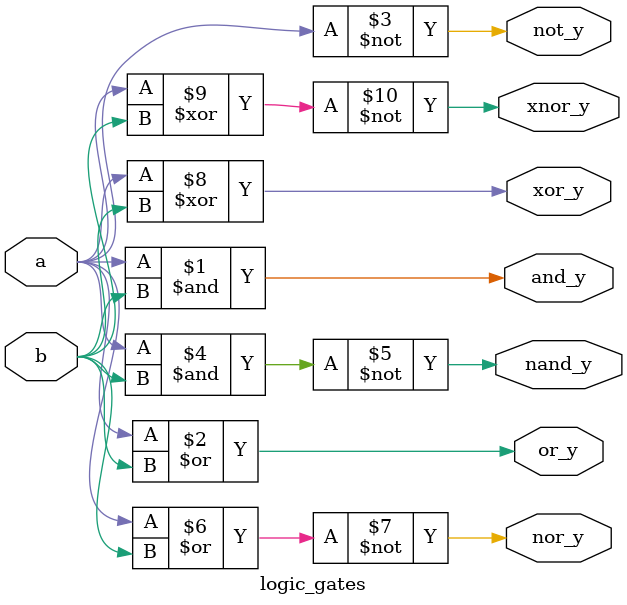
<source format=v>
module logic_gates (
input a, b,
output and_y,or_y,not_y,nand_y,nor_y,xor_y,xnor_y);
assign and_y = a&b;
assign or_y = a|b;
assign not_y = ~a;
assign nand_y = ~(a&b);
assign nor_y = ~(a|b);
assign xor_y = a^b;
assign xnor_y = ~(a^b);
endmodule

</source>
